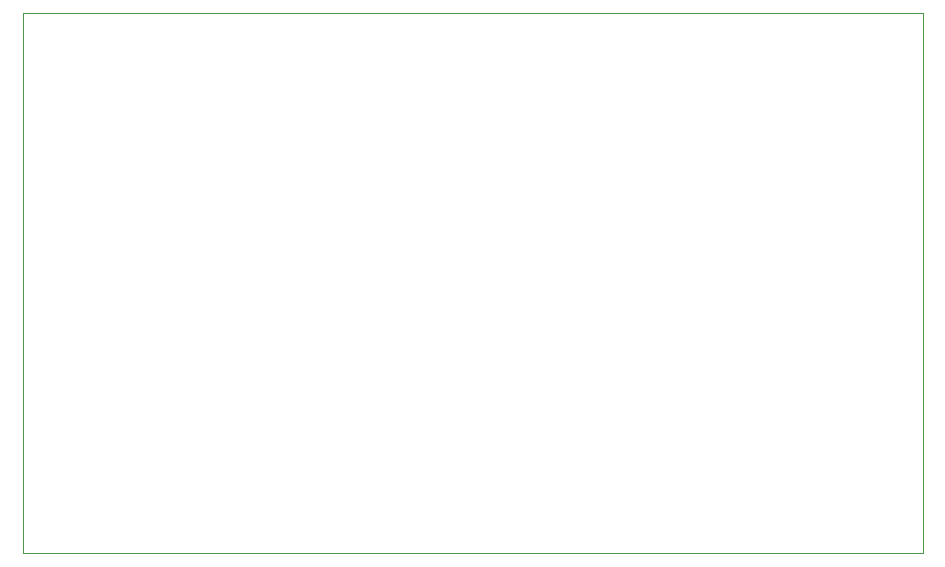
<source format=gko>
G75*
%MOIN*%
%OFA0B0*%
%FSLAX25Y25*%
%IPPOS*%
%LPD*%
%AMOC8*
5,1,8,0,0,1.08239X$1,22.5*
%
%ADD10C,0.00000*%
D10*
X0001000Y0001000D02*
X0001000Y0181000D01*
X0301000Y0181000D01*
X0301000Y0001000D01*
X0001000Y0001000D01*
M02*

</source>
